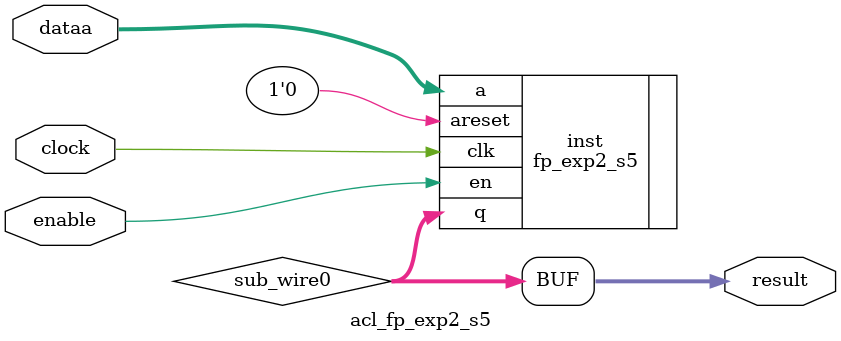
<source format=v>
`timescale 1 ps / 1 ps
module acl_fp_exp2_s5 (
	enable,
	clock,
	dataa,
	result);

	input	  enable;
	input	  clock;
	input	[31:0]  dataa;
	output	[31:0]  result;

	wire [31:0] sub_wire0;
	wire [31:0] result = sub_wire0[31:0];

  fp_exp2_s5 inst(
        .a(dataa),
        .en(enable),
        .q(sub_wire0),
        .clk(clock),
        .areset(1'b0)
        );

endmodule

</source>
